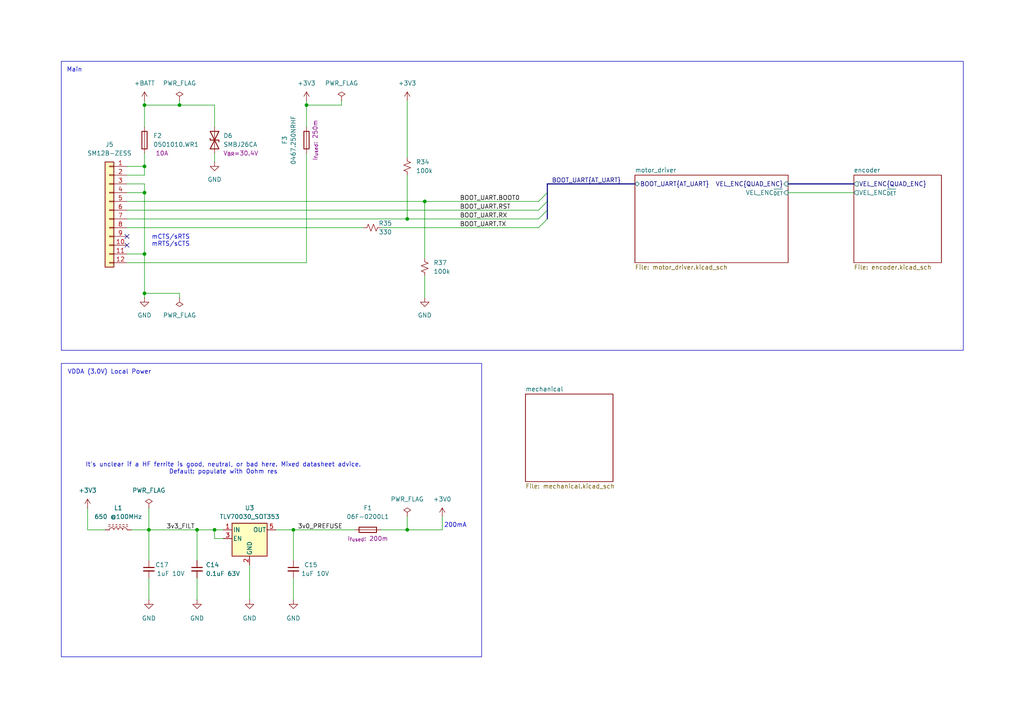
<source format=kicad_sch>
(kicad_sch (version 20231120) (generator "eeschema") (generator_version "8.0")
  (paper "A4")
  (lib_symbols
    (symbol "Connector_Generic:Conn_01x12" (pin_names (offset 1.016) hide)
      (property "Reference" "J" (at 0 15.24 0))
      (property "Value" "Conn_01x12" (at 0 -17.78 0))
      (symbol "Conn_01x12_1_1"
        (rectangle (start -1.27 -15.113) (end 0 -15.367) (stroke (width 0.1524)))
        (rectangle (start -1.27 -12.573) (end 0 -12.827) (stroke (width 0.1524)))
        (rectangle (start -1.27 -10.033) (end 0 -10.287) (stroke (width 0.1524)))
        (rectangle (start -1.27 -7.493) (end 0 -7.747) (stroke (width 0.1524)))
        (rectangle (start -1.27 -4.953) (end 0 -5.207) (stroke (width 0.1524)))
        (rectangle (start -1.27 -2.413) (end 0 -2.667) (stroke (width 0.1524)))
        (rectangle (start -1.27 0.127) (end 0 -0.127) (stroke (width 0.1524)))
        (rectangle (start -1.27 2.667) (end 0 2.413) (stroke (width 0.1524)))
        (rectangle (start -1.27 5.207) (end 0 4.953) (stroke (width 0.1524)))
        (rectangle (start -1.27 7.747) (end 0 7.493) (stroke (width 0.1524)))
        (rectangle (start -1.27 10.287) (end 0 10.033) (stroke (width 0.1524)))
        (rectangle (start -1.27 12.827) (end 0 12.573) (stroke (width 0.1524)))
        (rectangle (start -1.27 13.97) (end 1.27 -16.51) (stroke (width 0.254)) (fill (type background)))
        (pin passive line (at -5.08 12.7 0) (length 3.81) (name "Pin_1") (number "1"))
        (pin passive line (at -5.08 -10.16 0) (length 3.81) (name "Pin_10") (number "10"))
        (pin passive line (at -5.08 -12.7 0) (length 3.81) (name "Pin_11") (number "11"))
        (pin passive line (at -5.08 -15.24 0) (length 3.81) (name "Pin_12") (number "12"))
        (pin passive line (at -5.08 10.16 0) (length 3.81) (name "Pin_2") (number "2"))
        (pin passive line (at -5.08 7.62 0) (length 3.81) (name "Pin_3") (number "3"))
        (pin passive line (at -5.08 5.08 0) (length 3.81) (name "Pin_4") (number "4"))
        (pin passive line (at -5.08 2.54 0) (length 3.81) (name "Pin_5") (number "5"))
        (pin passive line (at -5.08 0 0) (length 3.81) (name "Pin_6") (number "6"))
        (pin passive line (at -5.08 -2.54 0) (length 3.81) (name "Pin_7") (number "7"))
        (pin passive line (at -5.08 -5.08 0) (length 3.81) (name "Pin_8") (number "8"))
        (pin passive line (at -5.08 -7.62 0) (length 3.81) (name "Pin_9") (number "9"))
      )
    )
    (symbol "Device:C_Small" (pin_numbers hide) (pin_names (offset 0.254) hide)
      (property "Reference" "C" (at 0.254 1.778 0))
      (property "Value" "C_Small" (at 0.254 -2.032 0))
      (symbol "C_Small_0_1"
        (polyline (pts (xy -1.524 -0.508) (xy 1.524 -0.508)) (stroke (width 0.3302)))
        (polyline (pts (xy -1.524 0.508) (xy 1.524 0.508)) (stroke (width 0.3048)))
      )
      (symbol "C_Small_1_1"
        (pin passive line (at 0 2.54 270) (length 2.032) (name "~") (number "1"))
        (pin passive line (at 0 -2.54 90) (length 2.032) (name "~") (number "2"))
      )
    )
    (symbol "Device:D_TVS" (pin_numbers hide) (pin_names (offset 1.016) hide)
      (property "Reference" "D" (at 0 2.54 0))
      (property "Value" "D_TVS" (at 0 -2.54 0))
      (symbol "D_TVS_0_1"
        (polyline (pts (xy 1.27 0) (xy -1.27 0)))
        (polyline (pts (xy 0.508 1.27) (xy 0 1.27) (xy 0 -1.27) (xy -0.508 -1.27)) (stroke (width 0.254)))
        (polyline (pts (xy -2.54 1.27) (xy -2.54 -1.27) (xy 2.54 1.27) (xy 2.54 -1.27) (xy -2.54 1.27)) (stroke (width 0.254)))
      )
      (symbol "D_TVS_1_1"
        (pin passive line (at -3.81 0 0) (length 2.54) (name "A1") (number "1"))
        (pin passive line (at 3.81 0 180) (length 2.54) (name "A2") (number "2"))
      )
    )
    (symbol "Device:Fuse" (pin_numbers hide) (pin_names (offset 0))
      (property "Reference" "F" (at 2.032 0 90))
      (property "Value" "Fuse" (at -1.905 0 90))
      (symbol "Fuse_0_1"
        (rectangle (start -0.762 -2.54) (end 0.762 2.54) (stroke (width 0.254)))
        (polyline (pts (xy 0 2.54) (xy 0 -2.54)))
      )
      (symbol "Fuse_1_1"
        (pin passive line (at 0 3.81 270) (length 1.27) (name "~") (number "1"))
        (pin passive line (at 0 -3.81 90) (length 1.27) (name "~") (number "2"))
      )
    )
    (symbol "Device:L_Ferrite" (pin_numbers hide) (pin_names (offset 1.016) hide)
      (property "Reference" "L" (at -1.27 0 90))
      (property "Value" "L_Ferrite" (at 2.794 0 90))
      (symbol "L_Ferrite_0_1"
        (arc (start 0 -2.54) (mid 0.6323 -1.905) (end 0 -1.27))
        (arc (start 0 -1.27) (mid 0.6323 -0.635) (end 0 0))
        (polyline (pts (xy 1.016 -2.794) (xy 1.016 -2.286)))
        (polyline (pts (xy 1.016 -1.778) (xy 1.016 -1.27)))
        (polyline (pts (xy 1.016 -0.762) (xy 1.016 -0.254)))
        (polyline (pts (xy 1.016 0.254) (xy 1.016 0.762)))
        (polyline (pts (xy 1.016 1.27) (xy 1.016 1.778)))
        (polyline (pts (xy 1.016 2.286) (xy 1.016 2.794)))
        (polyline (pts (xy 1.524 -2.286) (xy 1.524 -2.794)))
        (polyline (pts (xy 1.524 -1.27) (xy 1.524 -1.778)))
        (polyline (pts (xy 1.524 -0.254) (xy 1.524 -0.762)))
        (polyline (pts (xy 1.524 0.762) (xy 1.524 0.254)))
        (polyline (pts (xy 1.524 1.778) (xy 1.524 1.27)))
        (polyline (pts (xy 1.524 2.794) (xy 1.524 2.286)))
        (arc (start 0 0) (mid 0.6323 0.635) (end 0 1.27))
        (arc (start 0 1.27) (mid 0.6323 1.905) (end 0 2.54))
      )
      (symbol "L_Ferrite_1_1"
        (pin passive line (at 0 3.81 270) (length 1.27) (name "1") (number "1"))
        (pin passive line (at 0 -3.81 90) (length 1.27) (name "2") (number "2"))
      )
    )
    (symbol "Device:R_Small_US" (pin_numbers hide) (pin_names (offset 0.254) hide)
      (property "Reference" "R" (at 0.762 0.508 0))
      (property "Value" "R_Small_US" (at 0.762 -1.016 0))
      (symbol "R_Small_US_1_1"
        (polyline (pts (xy 0 0) (xy 1.016 -0.381) (xy 0 -0.762) (xy -1.016 -1.143) (xy 0 -1.524)))
        (polyline (pts (xy 0 1.524) (xy 1.016 1.143) (xy 0 0.762) (xy -1.016 0.381) (xy 0 0)))
        (pin passive line (at 0 2.54 270) (length 1.016) (name "~") (number "1"))
        (pin passive line (at 0 -2.54 90) (length 1.016) (name "~") (number "2"))
      )
    )
    (symbol "Regulator_Linear:TLV70030_SOT353" (pin_names (offset 0.254))
      (property "Reference" "U" (at -3.81 5.715 0))
      (property "Value" "TLV70030_SOT353" (at 0 5.715 0))
      (symbol "TLV70030_SOT353_0_1"
        (rectangle (start -5.08 4.445) (end 5.08 -5.08) (stroke (width 0.254)) (fill (type background)))
      )
      (symbol "TLV70030_SOT353_1_1"
        (pin power_in line (at -7.62 2.54 0) (length 2.54) (name "IN") (number "1"))
        (pin power_in line (at 0 -7.62 90) (length 2.54) (name "GND") (number "2"))
        (pin input line (at -7.62 0 0) (length 2.54) (name "EN") (number "3"))
        (pin no_connect line (at 5.08 0 180) (length 2.54) hide (name "NC") (number "4"))
        (pin power_out line (at 7.62 2.54 180) (length 2.54) (name "OUT") (number "5"))
      )
    )
    (symbol "power:+3V0" (power) (pin_numbers hide) (pin_names (offset 0) hide)
      (property "Value" "+3V0" (at 0 3.556 0))
      (symbol "+3V0_0_1"
        (polyline (pts (xy -0.762 1.27) (xy 0 2.54)))
        (polyline (pts (xy 0 0) (xy 0 2.54)))
        (polyline (pts (xy 0 2.54) (xy 0.762 1.27)))
      )
      (symbol "+3V0_1_1"
        (pin power_in line (at 0 0 90) (length 0) (name "~") (number "1"))
      )
    )
    (symbol "power:+3V3" (power) (pin_numbers hide) (pin_names (offset 0) hide)
      (property "Value" "+3V3" (at 0 3.556 0))
      (symbol "+3V3_0_1"
        (polyline (pts (xy -0.762 1.27) (xy 0 2.54)))
        (polyline (pts (xy 0 0) (xy 0 2.54)))
        (polyline (pts (xy 0 2.54) (xy 0.762 1.27)))
      )
      (symbol "+3V3_1_1"
        (pin power_in line (at 0 0 90) (length 0) (name "~") (number "1"))
      )
    )
    (symbol "power:+BATT" (power) (pin_numbers hide) (pin_names (offset 0) hide)
      (property "Value" "+BATT" (at 0 3.556 0))
      (symbol "+BATT_0_1"
        (polyline (pts (xy -0.762 1.27) (xy 0 2.54)))
        (polyline (pts (xy 0 0) (xy 0 2.54)))
        (polyline (pts (xy 0 2.54) (xy 0.762 1.27)))
      )
      (symbol "+BATT_1_1"
        (pin power_in line (at 0 0 90) (length 0) (name "~") (number "1"))
      )
    )
    (symbol "power:GND" (power) (pin_numbers hide) (pin_names (offset 0) hide)
      (property "Value" "GND" (at 0 -3.81 0))
      (symbol "GND_0_1"
        (polyline (pts (xy 0 0) (xy 0 -1.27) (xy 1.27 -1.27) (xy 0 -2.54) (xy -1.27 -1.27) (xy 0 -1.27)))
      )
      (symbol "GND_1_1"
        (pin power_in line (at 0 0 270) (length 0) (name "~") (number "1"))
      )
    )
    (symbol "power:PWR_FLAG" (power) (pin_numbers hide) (pin_names (offset 0) hide)
      (property "Value" "PWR_FLAG" (at 0 3.81 0))
      (symbol "PWR_FLAG_0_0"
        (pin power_out line (at 0 0 90) (length 0) (name "~") (number "1"))
      )
      (symbol "PWR_FLAG_0_1"
        (polyline (pts (xy 0 0) (xy 0 1.27) (xy -1.016 1.905) (xy 0 2.54) (xy 1.016 1.905) (xy 0 1.27)))
      )
    )
  )
  (bus_alias "AT_UART" (members "TX" "RX" "BOOT0" "RST" "~{DET}"))
  (bus_alias "QUAD_ENC" (members "A" "B" "Z"))
  (junction (at 85.09 153.67))
  (junction (at 41.91 30.48))
  (junction (at 123.19 58.42))
  (junction (at 62.23 153.67))
  (junction (at 118.11 153.67))
  (junction (at 41.91 55.88))
  (junction (at 43.18 153.67))
  (junction (at 52.07 30.48))
  (junction (at 41.91 85.09))
  (junction (at 57.15 153.67))
  (junction (at 41.91 48.26))
  (junction (at 88.9 30.48))
  (junction (at 118.11 63.5))
  (junction (at 41.91 73.66))
  (no_connect (at 36.83 71.12))
  (no_connect (at 36.83 68.58))
  (bus_entry (at 158.75 60.96) (size -2.54 2.54))
  (bus_entry (at 158.75 55.88) (size -2.54 2.54))
  (bus_entry (at 158.75 63.5) (size -2.54 2.54))
  (bus_entry (at 158.75 58.42) (size -2.54 2.54))
  (wire (pts (xy 85.09 153.67) (xy 85.09 162.56)))
  (wire (pts (xy 41.91 30.48) (xy 41.91 36.83)))
  (wire (pts (xy 43.18 147.32) (xy 43.18 153.67)))
  (wire (pts (xy 57.15 153.67) (xy 62.23 153.67)))
  (wire (pts (xy 72.39 163.83) (xy 72.39 173.99)))
  (wire (pts (xy 62.23 44.45) (xy 62.23 46.99)))
  (wire (pts (xy 36.83 60.96) (xy 156.21 60.96)))
  (wire (pts (xy 36.83 50.8) (xy 41.91 50.8)))
  (wire (pts (xy 41.91 85.09) (xy 41.91 86.36)))
  (wire (pts (xy 52.07 86.36) (xy 52.07 85.09)))
  (wire (pts (xy 123.19 58.42) (xy 156.21 58.42)))
  (wire (pts (xy 85.09 167.64) (xy 85.09 173.99)))
  (wire (pts (xy 118.11 29.21) (xy 118.11 45.72)))
  (wire (pts (xy 118.11 63.5) (xy 156.21 63.5)))
  (wire (pts (xy 41.91 50.8) (xy 41.91 48.26)))
  (wire (pts (xy 62.23 36.83) (xy 62.23 30.48)))
  (wire (pts (xy 25.4 147.32) (xy 25.4 153.67)))
  (wire (pts (xy 36.83 66.04) (xy 105.41 66.04)))
  (wire (pts (xy 52.07 85.09) (xy 41.91 85.09)))
  (wire (pts (xy 41.91 55.88) (xy 41.91 73.66)))
  (bus (pts (xy 158.75 53.34) (xy 158.75 55.88)))
  (bus (pts (xy 228.6 53.34) (xy 247.65 53.34)))
  (wire (pts (xy 43.18 153.67) (xy 57.15 153.67)))
  (wire (pts (xy 57.15 167.64) (xy 57.15 173.99)))
  (wire (pts (xy 85.09 153.67) (xy 80.01 153.67)))
  (wire (pts (xy 88.9 44.45) (xy 88.9 76.2)))
  (wire (pts (xy 123.19 80.01) (xy 123.19 86.36)))
  (wire (pts (xy 36.83 53.34) (xy 41.91 53.34)))
  (wire (pts (xy 118.11 153.67) (xy 128.27 153.67)))
  (wire (pts (xy 118.11 149.86) (xy 118.11 153.67)))
  (wire (pts (xy 62.23 30.48) (xy 52.07 30.48)))
  (wire (pts (xy 41.91 73.66) (xy 41.91 85.09)))
  (wire (pts (xy 88.9 29.21) (xy 88.9 30.48)))
  (wire (pts (xy 36.83 73.66) (xy 41.91 73.66)))
  (wire (pts (xy 110.49 153.67) (xy 118.11 153.67)))
  (wire (pts (xy 128.27 149.86) (xy 128.27 153.67)))
  (wire (pts (xy 41.91 44.45) (xy 41.91 48.26)))
  (bus (pts (xy 158.75 60.96) (xy 158.75 63.5)))
  (wire (pts (xy 36.83 55.88) (xy 41.91 55.88)))
  (wire (pts (xy 110.49 66.04) (xy 156.21 66.04)))
  (wire (pts (xy 228.6 55.88) (xy 247.65 55.88)))
  (wire (pts (xy 43.18 167.64) (xy 43.18 173.99)))
  (bus (pts (xy 158.75 55.88) (xy 158.75 58.42)))
  (wire (pts (xy 88.9 30.48) (xy 88.9 36.83)))
  (bus (pts (xy 158.75 58.42) (xy 158.75 60.96)))
  (wire (pts (xy 43.18 153.67) (xy 43.18 162.56)))
  (wire (pts (xy 64.77 156.21) (xy 62.23 156.21)))
  (bus (pts (xy 158.75 53.34) (xy 184.15 53.34)))
  (wire (pts (xy 118.11 50.8) (xy 118.11 63.5)))
  (wire (pts (xy 85.09 153.67) (xy 102.87 153.67)))
  (wire (pts (xy 36.83 48.26) (xy 41.91 48.26)))
  (wire (pts (xy 25.4 153.67) (xy 30.48 153.67)))
  (wire (pts (xy 41.91 53.34) (xy 41.91 55.88)))
  (wire (pts (xy 36.83 76.2) (xy 88.9 76.2)))
  (wire (pts (xy 36.83 63.5) (xy 118.11 63.5)))
  (wire (pts (xy 62.23 153.67) (xy 64.77 153.67)))
  (wire (pts (xy 36.83 58.42) (xy 123.19 58.42)))
  (wire (pts (xy 52.07 30.48) (xy 41.91 30.48)))
  (wire (pts (xy 41.91 29.21) (xy 41.91 30.48)))
  (wire (pts (xy 62.23 156.21) (xy 62.23 153.67)))
  (wire (pts (xy 99.06 29.21) (xy 99.06 30.48)))
  (wire (pts (xy 123.19 58.42) (xy 123.19 74.93)))
  (wire (pts (xy 57.15 153.67) (xy 57.15 162.56)))
  (wire (pts (xy 38.1 153.67) (xy 43.18 153.67)))
  (wire (pts (xy 99.06 30.48) (xy 88.9 30.48)))
  (wire (pts (xy 52.07 29.21) (xy 52.07 30.48)))
  (rectangle (start 17.78 105.41) (end 139.7 190.5))
  (rectangle (start 17.78 17.78) (end 279.4 101.6))
  (text "VDDA (3.0V) Local Power" (at 31.75 107.95 0) (effects (font (size 1.27 1.27))))
  (text "It's unclear if a HF ferrite is good, neutral, or bad here. Mixed datasheet advice.\nDefault: populate with 0ohm res" (at 64.77 135.89 0) (effects (font (size 1.27 1.27))))
  (text "Main" (at 21.59 20.32 0) (effects (font (size 1.27 1.27))))
  (text "200mA" (at 132.08 152.4 0) (effects (font (size 1.27 1.27))))
  (text "mCTS/sRTS\nmRTS/sCTS" (at 49.53 69.85 0) (effects (font (size 1.27 1.27))))
  (label "BOOT_UART.BOOT0" (at 133.35 58.42 0))
  (label "BOOT_UART.RST" (at 133.35 60.96 0))
  (label "BOOT_UART.TX" (at 133.35 66.04 0))
  (label "3v3_FILT" (at 48.26 153.67 0))
  (label "BOOT_UART.RX" (at 133.35 63.5 0))
  (label "3v0_PREFUSE" (at 86.36 153.67 0))
  (label "BOOT_UART{AT_UART}" (at 160.02 53.34 0))
  (symbol (lib_id "power:GND") (at 57.15 173.99 0) (unit 1)
    (property "Reference" "#PWR048" (effects (hide yes)))
    (property "Value" "GND" (at 57.15 179.324 0))
    (property "Description" "Power symbol creates a global label with name \"GND\" , ground" (effects (hide yes)))
  )
  (symbol (lib_id "Device:Fuse") (at 106.68 153.67 90) (unit 1)
    (property "Reference" "F1" (at 106.68 147.32 90))
    (property "Value" "06F-0200L1" (at 106.68 149.86 90))
    (property "Footprint" "Fuse:Fuse_0603_1608Metric_Pad1.05x0.95mm_HandSolder" (effects (hide yes)))
    (property "Description" "Fuse" (effects (hide yes)))
    (property "I_{fused}" "200m" (at 106.68 156.21 90) (show_name yes))
  )
  (symbol (lib_id "power:PWR_FLAG") (at 99.06 29.21 0) (unit 1)
    (property "Reference" "#FLG05" (effects (hide yes)))
    (property "Value" "PWR_FLAG" (at 99.06 24.13 0))
    (property "Description" "Special symbol for telling ERC where power comes from" (effects (hide yes)))
  )
  (symbol (lib_id "power:GND") (at 43.18 173.99 0) (mirror y) (unit 1)
    (property "Reference" "#PWR053" (effects (hide yes)))
    (property "Value" "GND" (at 43.18 179.324 0))
    (property "Description" "Power symbol creates a global label with name \"GND\" , ground" (effects (hide yes)))
  )
  (symbol (lib_id "power:GND") (at 123.19 86.36 0) (unit 1)
    (property "Reference" "#PWR046" (effects (hide yes)))
    (property "Value" "GND" (at 123.19 91.44 0))
    (property "Description" "Power symbol creates a global label with name \"GND\" , ground" (effects (hide yes)))
  )
  (symbol (lib_id "power:+3V0") (at 128.27 149.86 0) (unit 1)
    (property "Reference" "#PWR052" (effects (hide yes)))
    (property "Value" "+3V0" (at 128.27 144.78 0))
    (property "Description" "Power symbol creates a global label with name \"+3V0\"" (effects (hide yes)))
  )
  (symbol (lib_id "Device:R_Small_US") (at 118.11 48.26 0) (unit 1)
    (property "Reference" "R34" (at 120.65 46.9899 0) (effects (justify left)))
    (property "Value" "100k" (at 120.65 49.5299 0) (effects (justify left)))
    (property "Footprint" "Resistor_SMD:R_0402_1005Metric" (effects (hide yes)))
    (property "Description" "Resistor, small US symbol" (effects (hide yes)))
  )
  (symbol (lib_id "Connector_Generic:Conn_01x12") (at 31.75 60.96 0) (mirror y) (unit 1)
    (property "Reference" "J5" (at 31.75 41.91 0))
    (property "Value" "SM12B-ZESS" (at 31.75 44.45 0))
    (property "Footprint" "Connector_JST:JST_ZE_SM12B-ZESS-TB_1x12-1MP_P1.50mm_Horizontal" (effects (hide yes)))
    (property "Description" "Generic connector, single row, 01x12, script generated (kicad-library-utils/schlib/autogen/connector/)" (effects (hide yes)))
  )
  (symbol (lib_id "power:GND") (at 41.91 86.36 0) (unit 1)
    (property "Reference" "#PWR044" (effects (hide yes)))
    (property "Value" "GND" (at 41.91 91.44 0))
    (property "Description" "Power symbol creates a global label with name \"GND\" , ground" (effects (hide yes)))
  )
  (symbol (lib_id "power:PWR_FLAG") (at 118.11 149.86 0) (unit 1)
    (property "Reference" "#FLG03" (effects (hide yes)))
    (property "Value" "PWR_FLAG" (at 118.11 144.78 0))
    (property "Description" "Special symbol for telling ERC where power comes from" (effects (hide yes)))
  )
  (symbol (lib_id "Device:C_Small") (at 57.15 165.1 0) (unit 1)
    (property "Reference" "C14" (at 59.69 163.8362 0) (effects (justify left)))
    (property "Value" "0.1uF 63V" (at 59.69 166.3762 0) (effects (justify left)))
    (property "Footprint" "Capacitor_SMD:C_0402_1005Metric" (effects (hide yes)))
    (property "Description" "Unpolarized capacitor, small symbol" (effects (hide yes)))
  )
  (symbol (lib_id "Regulator_Linear:TLV70030_SOT353") (at 72.39 156.21 0) (unit 1)
    (property "Reference" "U3" (at 72.39 147.32 0))
    (property "Value" "TLV70030_SOT353" (at 72.39 149.86 0))
    (property "Footprint" "Package_TO_SOT_SMD:SOT-353_SC-70-5" (effects (hide yes)))
    (property "Datasheet" "http://www.ti.com/lit/ds/symlink/tlv700.pdf" (effects (hide yes)))
    (property "Description" "200mA Low Dropout Voltage Regulator, Fixed Output 3V, SC70-5" (effects (hide yes)))
  )
  (symbol (lib_id "power:+3V3") (at 88.9 29.21 0) (unit 1)
    (property "Reference" "#PWR041" (effects (hide yes)))
    (property "Value" "+3V3" (at 88.9 24.13 0))
    (property "Description" "Power symbol creates a global label with name \"+3V3\"" (effects (hide yes)))
  )
  (symbol (lib_id "power:GND") (at 72.39 173.99 0) (unit 1)
    (property "Reference" "#PWR049" (effects (hide yes)))
    (property "Value" "GND" (at 72.39 179.324 0))
    (property "Description" "Power symbol creates a global label with name \"GND\" , ground" (effects (hide yes)))
  )
  (symbol (lib_id "Device:C_Small") (at 85.09 165.1 0) (unit 1)
    (property "Reference" "C15" (at 90.17 163.83 0))
    (property "Value" "1uF 10V" (at 91.44 166.37 0))
    (property "Footprint" "Capacitor_SMD:C_0402_1005Metric" (effects (hide yes)))
    (property "Description" "Unpolarized capacitor, small symbol" (effects (hide yes)))
  )
  (symbol (lib_id "power:PWR_FLAG") (at 52.07 29.21 0) (unit 1)
    (property "Reference" "#FLG06" (effects (hide yes)))
    (property "Value" "PWR_FLAG" (at 52.07 24.13 0))
    (property "Description" "Special symbol for telling ERC where power comes from" (effects (hide yes)))
  )
  (symbol (lib_id "Device:C_Small") (at 43.18 165.1 0) (unit 1)
    (property "Reference" "C17" (at 46.99 163.83 0))
    (property "Value" "1uF 10V" (at 49.53 166.37 0))
    (property "Footprint" "Capacitor_SMD:C_0402_1005Metric" (effects (hide yes)))
    (property "Description" "Unpolarized capacitor, small symbol" (effects (hide yes)))
  )
  (symbol (lib_id "Device:R_Small_US") (at 123.19 77.47 0) (unit 1)
    (property "Reference" "R37" (at 125.73 76.1999 0) (effects (justify left)))
    (property "Value" "100k" (at 125.73 78.7399 0) (effects (justify left)))
    (property "Footprint" "Resistor_SMD:R_0402_1005Metric" (effects (hide yes)))
    (property "Description" "Resistor, small US symbol" (effects (hide yes)))
  )
  (symbol (lib_id "power:+3V3") (at 118.11 29.21 0) (unit 1)
    (property "Reference" "#PWR042" (effects (hide yes)))
    (property "Value" "+3V3" (at 118.11 24.13 0))
    (property "Description" "Power symbol creates a global label with name \"+3V3\"" (effects (hide yes)))
  )
  (symbol (lib_id "Device:Fuse") (at 41.91 40.64 0) (unit 1)
    (property "Reference" "F2" (at 44.45 39.3699 0) (effects (justify left)))
    (property "Value" "0501010.WR1" (at 44.45 41.9099 0) (effects (justify left)))
    (property "Footprint" "Fuse:Fuse_1206_3216Metric_Pad1.42x1.75mm_HandSolder" (effects (hide yes)))
    (property "Description" "Fuse" (effects (hide yes)))
    (property "I_{fused}" "10A" (at 46.99 44.45 0))
  )
  (symbol (lib_id "power:PWR_FLAG") (at 52.07 86.36 0) (mirror x) (unit 1)
    (property "Reference" "#FLG02" (effects (hide yes)))
    (property "Value" "PWR_FLAG" (at 52.07 91.44 0))
    (property "Description" "Special symbol for telling ERC where power comes from" (effects (hide yes)))
  )
  (symbol (lib_id "Device:D_TVS") (at 62.23 40.64 90) (unit 1)
    (property "Reference" "D6" (at 64.77 39.3699 90) (effects (justify right)))
    (property "Value" "SMBJ26CA" (at 64.77 41.91 90) (effects (justify right)))
    (property "Footprint" "AT-Discrete:D_SMB_Non-Polar" (effects (hide yes)))
    (property "V_{BR}" "V_{BR}=30.4V" (at 69.85 44.45 90))
  )
  (symbol (lib_id "power:PWR_FLAG") (at 43.18 147.32 0) (unit 1)
    (property "Reference" "#FLG01" (effects (hide yes)))
    (property "Value" "PWR_FLAG" (at 43.18 142.24 0))
    (property "Description" "Special symbol for telling ERC where power comes from" (effects (hide yes)))
  )
  (symbol (lib_id "power:GND") (at 62.23 46.99 0) (unit 1)
    (property "Reference" "#PWR036" (effects (hide yes)))
    (property "Value" "GND" (at 62.23 52.07 0))
    (property "Description" "Power symbol creates a global label with name \"GND\" , ground" (effects (hide yes)))
  )
  (symbol (lib_id "power:GND") (at 85.09 173.99 0) (mirror y) (unit 1)
    (property "Reference" "#PWR050" (effects (hide yes)))
    (property "Value" "GND" (at 85.09 179.324 0))
    (property "Description" "Power symbol creates a global label with name \"GND\" , ground" (effects (hide yes)))
  )
  (symbol (lib_id "Device:Fuse") (at 88.9 40.64 180) (unit 1)
    (property "Reference" "F3" (at 82.55 40.64 90))
    (property "Value" "0467.250NRHF" (at 85.09 40.64 90))
    (property "Footprint" "Fuse:Fuse_0603_1608Metric_Pad1.05x0.95mm_HandSolder" (effects (hide yes)))
    (property "Description" "Fuse" (effects (hide yes)))
    (property "I_{fused}" "250m" (at 91.44 40.64 90) (show_name yes))
  )
  (symbol (lib_id "power:+3V3") (at 25.4 147.32 0) (unit 1)
    (property "Reference" "#PWR051" (effects (hide yes)))
    (property "Value" "+3V3" (at 25.4 142.24 0))
    (property "Description" "Power symbol creates a global label with name \"+3V3\"" (effects (hide yes)))
  )
  (symbol (lib_id "power:+BATT") (at 41.91 29.21 0) (unit 1)
    (property "Reference" "#PWR043" (effects (hide yes)))
    (property "Value" "+BATT" (at 41.91 24.13 0))
    (property "Description" "Power symbol creates a global label with name \"+BATT\"" (effects (hide yes)))
  )
  (symbol (lib_id "Device:R_Small_US") (at 107.95 66.04 90) (unit 1)
    (property "Reference" "R35" (at 111.76 64.77 90))
    (property "Value" "330" (at 111.76 67.31 90))
    (property "Footprint" "Resistor_SMD:R_0402_1005Metric" (effects (hide yes)))
    (property "Description" "Resistor, small US symbol" (effects (hide yes)))
  )
  (symbol (lib_id "Device:L_Ferrite") (at 34.29 153.67 90) (unit 1)
    (property "Reference" "L1" (at 34.29 147.32 90))
    (property "Value" "650 @100MHz" (at 34.29 149.86 90))
    (property "Footprint" "Resistor_SMD:R_0603_1608Metric" (effects (hide yes)))
    (property "Description" "Inductor with ferrite core" (effects (hide yes)))
  )
  (sheet (at 247.65 50.8) (size 25.4 25.4) (stroke (width 0.1524))
    (property "Sheetname" "encoder" (at 247.65 50.0884 0) (effects (justify left bottom)))
    (property "Sheetfile" "encoder.kicad_sch" (at 247.65 76.7846 0) (effects (justify left top)))
    (pin "VEL_ENC{QUAD_ENC}" output (at 247.65 53.34 180))
    (pin "VEL_ENC_{~{DET}}" output (at 247.65 55.88 180))
  )
  (sheet (at 152.4 114.3) (size 25.4 25.4) (stroke (width 0.1524))
    (property "Sheetname" "mechanical" (at 152.4 113.5884 0) (effects (justify left bottom)))
    (property "Sheetfile" "mechanical.kicad_sch" (at 152.4 140.2846 0) (effects (justify left top)))
  )
  (sheet (at 184.15 50.8) (size 44.45 25.4) (stroke (width 0.1524))
    (property "Sheetname" "motor_driver" (at 184.15 50.0884 0) (effects (justify left bottom)))
    (property "Sheetfile" "motor_driver.kicad_sch" (at 184.15 76.7846 0) (effects (justify left top)))
    (pin "BOOT_UART{AT_UART}" bidirectional (at 184.15 53.34 180))
    (pin "VEL_ENC_{~{DET}}" input (at 228.6 55.88 0))
    (pin "VEL_ENC{QUAD_ENC}" input (at 228.6 53.34 0))
  )
)
</source>
